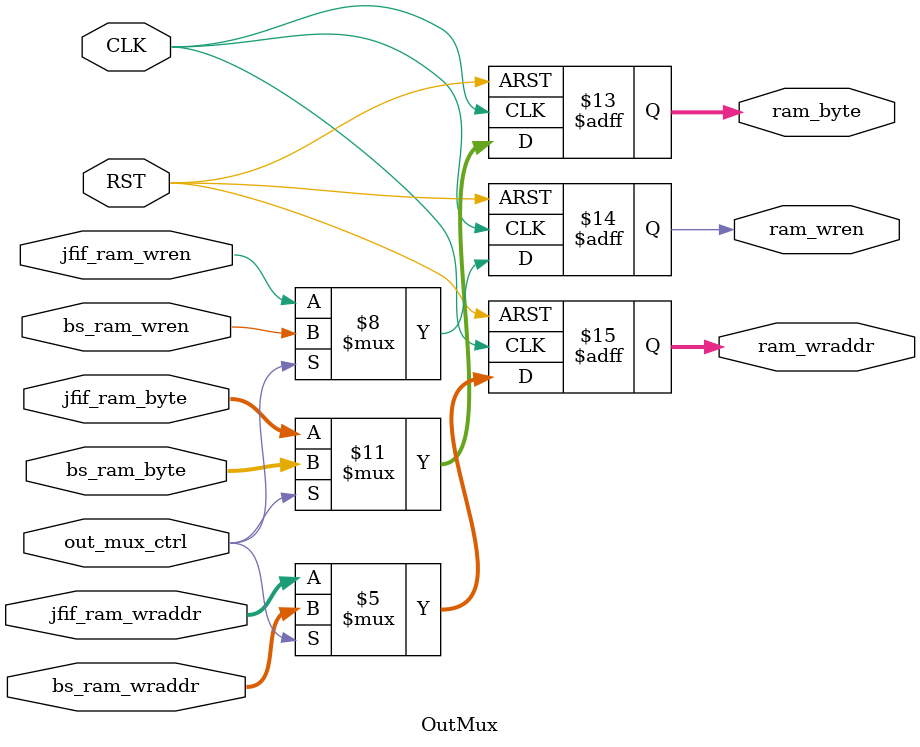
<source format=v>


// The result of translation follows.  Its copyright status should be
// considered unchanged from the original VHDL.

//-----------------------------------------------------------------------------
// File Name :  OutMux.vhd
//
// Project   : JPEG_ENC
//
// Module    : OutMux
//
// Content   : Output Multiplexer
//
// Description :
//
// Spec.     : 
//
// Author    : Michal Krepa
//
//-----------------------------------------------------------------------------
// History :
// 20090308: (MK): Initial Creation.
//-----------------------------------------------------------------------------
// //////////////////////////////////////////////////////////////////////////////
// /// Copyright (c) 2013, Jahanzeb Ahmad
// /// All rights reserved.
// ///
// /// Redistribution and use in source and binary forms, with or without modification, 
// /// are permitted provided that the following conditions are met:
// ///
// ///  * Redistributions of source code must retain the above copyright notice, 
// ///    this list of conditions and the following disclaimer.
// ///  * Redistributions in binary form must reproduce the above copyright notice, 
// ///    this list of conditions and the following disclaimer in the documentation and/or 
// ///    other materials provided with the distribution.
// ///
// ///    THIS SOFTWARE IS PROVIDED BY THE COPYRIGHT HOLDERS AND CONTRIBUTORS "AS IS" AND ANY 
// ///    EXPRESS OR IMPLIED WARRANTIES, INCLUDING, BUT NOT LIMITED TO, THE IMPLIED WARRANTIES 
// ///    OF MERCHANTABILITY AND FITNESS FOR A PARTICULAR PURPOSE ARE DISCLAIMED. IN NO EVENT 
// ///    SHALL THE COPYRIGHT HOLDER OR CONTRIBUTORS BE LIABLE FOR ANY DIRECT, INDIRECT, 
// ///    INCIDENTAL, SPECIAL, EXEMPLARY, OR CONSEQUENTIAL DAMAGES (INCLUDING, BUT NOT 
// ///    LIMITED TO, PROCUREMENT OF SUBSTITUTE GOODS OR SERVICES; LOSS OF USE, DATA, OR 
// ///    PROFITS; OR BUSINESS INTERRUPTION) HOWEVER CAUSED AND ON ANY THEORY OF LIABILITY, 
// ///    WHETHER IN CONTRACT, STRICT LIABILITY, OR TORT (INCLUDING NEGLIGENCE OR OTHERWISE) 
// ///    ARISING IN ANY WAY OUT OF THE USE OF THIS SOFTWARE, EVEN IF ADVISED OF THE 
// ///   POSSIBILITY OF SUCH DAMAGE.
// ///
// ///
// ///  * http://opensource.org/licenses/MIT
// ///  * http://copyfree.org/licenses/mit/license.txt
// ///
// //////////////////////////////////////////////////////////////////////////////

// no timescale needed

module OutMux
(
 input wire 	   CLK,
 input wire 	   RST,
 input wire 	   out_mux_ctrl,
 input wire [7:0]  bs_ram_byte,
 input wire 	   bs_ram_wren,
 input wire [23:0] bs_ram_wraddr,
 input wire [7:0]  jfif_ram_byte,
 input wire 	   jfif_ram_wren,
 input wire [23:0] jfif_ram_wraddr,
 output reg [7:0]  ram_byte,
 output reg 	   ram_wren,
 output reg [23:0] ram_wraddr
);


    //-----------------------------------------------------------------
    // Mux
    //-----------------------------------------------------------------
    always @(posedge CLK or posedge RST) begin
	if(RST == 1'b 1) begin
	    ram_byte <= {8{1'b0}};
            ram_wren <= 1'b 0;
            ram_wraddr <= {24{1'b0}};
        end 
	else begin
            if(out_mux_ctrl == 1'b 0) begin
		ram_byte <= jfif_ram_byte;
		ram_wren <= jfif_ram_wren;
		ram_wraddr <= (jfif_ram_wraddr);
	    end
	    else begin
		ram_byte <= bs_ram_byte;
		ram_wren <= bs_ram_wren;
		ram_wraddr <= bs_ram_wraddr;
	    end
	end
    end


endmodule

</source>
